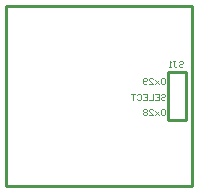
<source format=gbo>
G04 Layer_Color=32896*
%FSLAX25Y25*%
%MOIN*%
G70*
G01*
G75*
%ADD13C,0.01000*%
%ADD23C,0.00250*%
D13*
X22047Y-8071D02*
X22638D01*
X22047D02*
Y8071D01*
X25886Y-8071D02*
X27953D01*
Y8071D01*
X22047D02*
X27953D01*
X22638Y-8071D02*
X25886D01*
X-32000Y11500D02*
Y30000D01*
Y-30000D02*
Y-11500D01*
Y30000D02*
X30000D01*
Y-30000D02*
Y30000D01*
X-32000Y-30000D02*
X30000D01*
X-32000Y-11500D02*
Y11500D01*
D23*
X25667Y11166D02*
X26000Y11499D01*
X26667D01*
X27000Y11166D01*
Y10833D01*
X26667Y10500D01*
X26000D01*
X25667Y10166D01*
Y9833D01*
X26000Y9500D01*
X26667D01*
X27000Y9833D01*
X23668Y11499D02*
X24334D01*
X24001D01*
Y9833D01*
X24334Y9500D01*
X24667D01*
X25001Y9833D01*
X23001Y9500D02*
X22335D01*
X22668D01*
Y11499D01*
X23001Y11166D01*
X19667Y166D02*
X20000Y499D01*
X20667D01*
X21000Y166D01*
Y-167D01*
X20667Y-500D01*
X20000D01*
X19667Y-833D01*
Y-1167D01*
X20000Y-1500D01*
X20667D01*
X21000Y-1167D01*
X17668Y499D02*
X19001D01*
Y-1500D01*
X17668D01*
X19001Y-500D02*
X18334D01*
X17001Y499D02*
Y-1500D01*
X15668D01*
X13669Y499D02*
X15002D01*
Y-1500D01*
X13669D01*
X15002Y-500D02*
X14335D01*
X11670Y166D02*
X12003Y499D01*
X12669D01*
X13003Y166D01*
Y-1167D01*
X12669Y-1500D01*
X12003D01*
X11670Y-1167D01*
X11003Y499D02*
X9670D01*
X10337D01*
Y-1500D01*
X21000Y5666D02*
X20667Y5999D01*
X20000D01*
X19667Y5666D01*
Y4333D01*
X20000Y4000D01*
X20667D01*
X21000Y4333D01*
Y5666D01*
X19001Y5333D02*
X17668Y4000D01*
X18334Y4666D01*
X17668Y5333D01*
X19001Y4000D01*
X15668D02*
X17001D01*
X15668Y5333D01*
Y5666D01*
X16002Y5999D01*
X16668D01*
X17001Y5666D01*
X15002Y4333D02*
X14669Y4000D01*
X14002D01*
X13669Y4333D01*
Y5666D01*
X14002Y5999D01*
X14669D01*
X15002Y5666D01*
Y5333D01*
X14669Y5000D01*
X13669D01*
X21000Y-4834D02*
X20667Y-4501D01*
X20000D01*
X19667Y-4834D01*
Y-6167D01*
X20000Y-6500D01*
X20667D01*
X21000Y-6167D01*
Y-4834D01*
X19001Y-5167D02*
X17668Y-6500D01*
X18334Y-5834D01*
X17668Y-5167D01*
X19001Y-6500D01*
X15668D02*
X17001D01*
X15668Y-5167D01*
Y-4834D01*
X16002Y-4501D01*
X16668D01*
X17001Y-4834D01*
X15002D02*
X14669Y-4501D01*
X14002D01*
X13669Y-4834D01*
Y-5167D01*
X14002Y-5500D01*
X13669Y-5834D01*
Y-6167D01*
X14002Y-6500D01*
X14669D01*
X15002Y-6167D01*
Y-5834D01*
X14669Y-5500D01*
X15002Y-5167D01*
Y-4834D01*
X14669Y-5500D02*
X14002D01*
M02*

</source>
